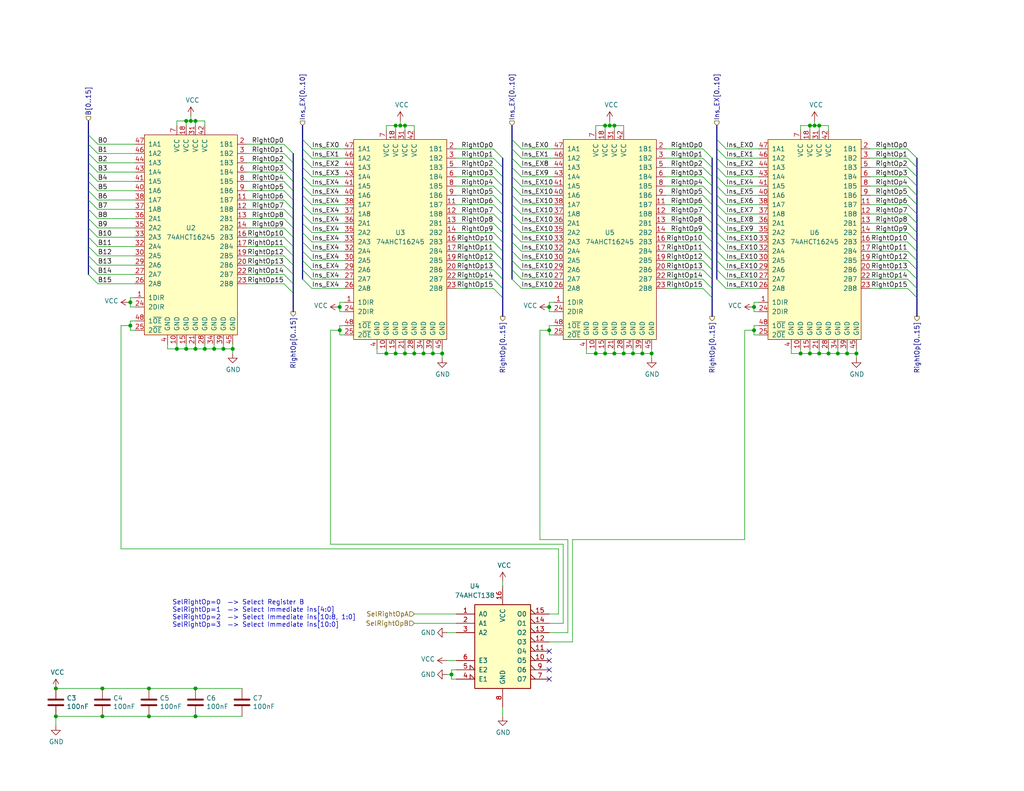
<source format=kicad_sch>
(kicad_sch (version 20250114) (generator "eeschema") (generator_version "9.0")
  (paper "USLetter")
  (title_block (title "Select Right Operand") (date "2022-09-24") (rev "B") (comment 2 "from an immediate value contained in the instruction word.") (comment 3 "The right operand can either take the value from the B port of the register file, or") (comment 4 "Select the right operand to the ALU"))
  (lib_symbols
    (symbol "74xx (kicad5):74AHCT16245_ab" (pin_names (offset 1.016))
      (property "Reference" "U" (at 0 1.27 0))
      (property "Value" "74AHCT16245_ab" (at 0 -1.27 0))
      (symbol "74AHCT16245_ab_0_1"
        (rectangle (start -12.7 26.67) (end 12.7 -27.94) (fill (type background)))
      )
      (symbol "74AHCT16245_ab_1_1"
        (pin input line (at -15.24 24.13 0) (length 2.54) (name "1A1") (number "47"))
        (pin input line (at -15.24 21.59 0) (length 2.54) (name "1A2") (number "46"))
        (pin input line (at -15.24 19.05 0) (length 2.54) (name "1A3") (number "44"))
        (pin input line (at -15.24 16.51 0) (length 2.54) (name "1A4") (number "43"))
        (pin input line (at -15.24 13.97 0) (length 2.54) (name "1A5") (number "41"))
        (pin input line (at -15.24 11.43 0) (length 2.54) (name "1A6") (number "40"))
        (pin input line (at -15.24 8.89 0) (length 2.54) (name "1A7") (number "38"))
        (pin input line (at -15.24 6.35 0) (length 2.54) (name "1A8") (number "37"))
        (pin input line (at -15.24 3.81 0) (length 2.54) (name "2A1") (number "36"))
        (pin input line (at -15.24 1.27 0) (length 2.54) (name "2A2") (number "35"))
        (pin input line (at -15.24 -1.27 0) (length 2.54) (name "2A3") (number "33"))
        (pin input line (at -15.24 -3.81 0) (length 2.54) (name "2A4") (number "32"))
        (pin input line (at -15.24 -6.35 0) (length 2.54) (name "2A5") (number "30"))
        (pin input line (at -15.24 -8.89 0) (length 2.54) (name "2A6") (number "29"))
        (pin input line (at -15.24 -11.43 0) (length 2.54) (name "2A7") (number "27"))
        (pin input line (at -15.24 -13.97 0) (length 2.54) (name "2A8") (number "26"))
        (pin input line (at -15.24 -17.78 0) (length 2.54) (name "1DIR") (number "1"))
        (pin input line (at -15.24 -20.32 0) (length 2.54) (name "2DIR") (number "24"))
        (pin input line (at -15.24 -24.13 0) (length 2.54) (name "1~{OE}") (number "48"))
        (pin input line (at -15.24 -26.67 0) (length 2.54) (name "2~{OE}") (number "25"))
        (pin power_in line (at -6.35 -30.48 90) (length 2.54) (name "GND") (number "4"))
        (pin power_in line (at -3.81 29.21 270) (length 2.54) (name "VCC") (number "7"))
        (pin power_in line (at -3.81 -30.48 90) (length 2.54) (name "GND") (number "10"))
        (pin power_in line (at -1.27 29.21 270) (length 2.54) (name "VCC") (number "18"))
        (pin power_in line (at -1.27 -30.48 90) (length 2.54) (name "GND") (number "15"))
        (pin power_in line (at 1.27 29.21 270) (length 2.54) (name "VCC") (number "31"))
        (pin power_in line (at 1.27 -30.48 90) (length 2.54) (name "GND") (number "21"))
        (pin power_in line (at 3.81 29.21 270) (length 2.54) (name "VCC") (number "42"))
        (pin power_in line (at 3.81 -30.48 90) (length 2.54) (name "GND") (number "28"))
        (pin power_in line (at 6.35 -30.48 90) (length 2.54) (name "GND") (number "34"))
        (pin power_in line (at 8.89 -30.48 90) (length 2.54) (name "GND") (number "39"))
        (pin power_in line (at 11.43 -30.48 90) (length 2.54) (name "GND") (number "45"))
        (pin tri_state line (at 15.24 24.13 180) (length 2.54) (name "1B1") (number "2"))
        (pin tri_state line (at 15.24 21.59 180) (length 2.54) (name "1B2") (number "3"))
        (pin tri_state line (at 15.24 19.05 180) (length 2.54) (name "1B3") (number "5"))
        (pin tri_state line (at 15.24 16.51 180) (length 2.54) (name "1B4") (number "6"))
        (pin tri_state line (at 15.24 13.97 180) (length 2.54) (name "1B5") (number "8"))
        (pin tri_state line (at 15.24 11.43 180) (length 2.54) (name "1B6") (number "9"))
        (pin tri_state line (at 15.24 8.89 180) (length 2.54) (name "1B7") (number "11"))
        (pin tri_state line (at 15.24 6.35 180) (length 2.54) (name "1B8") (number "12"))
        (pin tri_state line (at 15.24 3.81 180) (length 2.54) (name "2B1") (number "13"))
        (pin tri_state line (at 15.24 1.27 180) (length 2.54) (name "2B2") (number "14"))
        (pin tri_state line (at 15.24 -1.27 180) (length 2.54) (name "2B3") (number "16"))
        (pin tri_state line (at 15.24 -3.81 180) (length 2.54) (name "2B4") (number "17"))
        (pin tri_state line (at 15.24 -6.35 180) (length 2.54) (name "2B5") (number "19"))
        (pin tri_state line (at 15.24 -8.89 180) (length 2.54) (name "2B6") (number "20"))
        (pin tri_state line (at 15.24 -11.43 180) (length 2.54) (name "2B7") (number "22"))
        (pin tri_state line (at 15.24 -13.97 180) (length 2.54) (name "2B8") (number "23"))
      )
    )
    (symbol "74xx:74LS138" (pin_names (offset 1.016))
      (property "Reference" "U" (at -7.62 11.43 0))
      (property "Value" "74LS138" (at -7.62 -13.97 0))
      (symbol "74LS138_1_0"
        (pin input line (at -12.7 7.62 0) (length 5.08) (name "A0") (number "1"))
        (pin input line (at -12.7 5.08 0) (length 5.08) (name "A1") (number "2"))
        (pin input line (at -12.7 2.54 0) (length 5.08) (name "A2") (number "3"))
        (pin input line (at -12.7 -5.08 0) (length 5.08) (name "E3") (number "6"))
        (pin input input_low (at -12.7 -7.62 0) (length 5.08) (name "E2") (number "5"))
        (pin input input_low (at -12.7 -10.16 0) (length 5.08) (name "E1") (number "4"))
        (pin power_in line (at 0 15.24 270) (length 5.08) (name "VCC") (number "16"))
        (pin power_in line (at 0 -17.78 90) (length 5.08) (name "GND") (number "8"))
        (pin output output_low (at 12.7 7.62 180) (length 5.08) (name "O0") (number "15"))
        (pin output output_low (at 12.7 5.08 180) (length 5.08) (name "O1") (number "14"))
        (pin output output_low (at 12.7 2.54 180) (length 5.08) (name "O2") (number "13"))
        (pin output output_low (at 12.7 0 180) (length 5.08) (name "O3") (number "12"))
        (pin output output_low (at 12.7 -2.54 180) (length 5.08) (name "O4") (number "11"))
        (pin output output_low (at 12.7 -5.08 180) (length 5.08) (name "O5") (number "10"))
        (pin output output_low (at 12.7 -7.62 180) (length 5.08) (name "O6") (number "9"))
        (pin output output_low (at 12.7 -10.16 180) (length 5.08) (name "O7") (number "7"))
      )
      (symbol "74LS138_1_1"
        (rectangle (start -7.62 10.16) (end 7.62 -12.7) (stroke (width 0.254)) (fill (type background)))
      )
    )
    (symbol "Device:C" (pin_numbers (hide yes)) (pin_names (offset 0.254))
      (property "Reference" "C" (at 0.635 2.54 0))
      (property "Value" "C" (at 0.635 -2.54 0))
      (symbol "C_0_1"
        (polyline (pts (xy -2.032 0.762) (xy 2.032 0.762)) (stroke (width 0.508)))
        (polyline (pts (xy -2.032 -0.762) (xy 2.032 -0.762)) (stroke (width 0.508)))
      )
      (symbol "C_1_1"
        (pin passive line (at 0 3.81 270) (length 2.794) (name "~") (number "1"))
        (pin passive line (at 0 -3.81 90) (length 2.794) (name "~") (number "2"))
      )
    )
    (symbol "power:GND" (power) (pin_names (offset 0))
      (property "Value" "GND" (at 0 -3.81 0))
      (symbol "GND_0_1"
        (polyline (pts (xy 0 0) (xy 0 -1.27) (xy 1.27 -1.27) (xy 0 -2.54) (xy -1.27 -1.27) (xy 0 -1.27)))
      )
      (symbol "GND_1_1"
        (pin power_in line (at 0 0 270) (length 0) (hide yes) (name "GND") (number "1"))
      )
    )
    (symbol "power:VCC" (power) (pin_names (offset 0))
      (property "Value" "VCC" (at 0 3.81 0))
      (symbol "VCC_0_1"
        (polyline (pts (xy -0.762 1.27) (xy 0 2.54)))
        (polyline (pts (xy 0 2.54) (xy 0.762 1.27)))
        (polyline (pts (xy 0 0) (xy 0 2.54)))
      )
      (symbol "VCC_1_1"
        (pin power_in line (at 0 0 90) (length 0) (hide yes) (name "VCC") (number "1"))
      )
    )
  )
  (text "SelRightOp=0  —> Select Register B\nSelRightOp=1  —> Select Immediate ins[4:0]\nSelRightOp=2  —> Select Immediate ins[10:8, 1:0]\nSelRightOp=3  —> Select Immediate ins[10:0]" (at 46.99 171.45 0) (effects (font (size 1.27 1.27)) (justify left bottom)))
  (junction (at 231.14 96.52))
  (junction (at 222.25 34.29))
  (junction (at 218.44 96.52))
  (junction (at 109.22 34.29))
  (junction (at 53.34 187.96))
  (junction (at 113.03 96.52))
  (junction (at 58.42 95.25))
  (junction (at 15.24 187.96))
  (junction (at 166.37 34.29))
  (junction (at 226.06 96.52))
  (junction (at 177.8 96.52))
  (junction (at 35.56 82.55))
  (junction (at 15.24 195.58))
  (junction (at 110.49 34.29))
  (junction (at 115.57 96.52))
  (junction (at 220.98 34.29))
  (junction (at 123.19 184.15))
  (junction (at 40.64 187.96))
  (junction (at 60.96 95.25))
  (junction (at 172.72 96.52))
  (junction (at 165.1 34.29))
  (junction (at 53.34 33.02))
  (junction (at 110.49 96.52))
  (junction (at 50.8 33.02))
  (junction (at 120.65 96.52))
  (junction (at 27.94 195.58))
  (junction (at 205.74 83.82))
  (junction (at 27.94 187.96))
  (junction (at 228.6 96.52))
  (junction (at 149.86 90.17))
  (junction (at 167.64 96.52))
  (junction (at 167.64 34.29))
  (junction (at 53.34 195.58))
  (junction (at 162.56 96.52))
  (junction (at 118.11 96.52))
  (junction (at 35.56 88.9))
  (junction (at 63.5 95.25))
  (junction (at 40.64 195.58))
  (junction (at 205.74 90.17))
  (junction (at 165.1 96.52))
  (junction (at 105.41 96.52))
  (junction (at 92.71 83.82))
  (junction (at 48.26 95.25))
  (junction (at 170.18 96.52))
  (junction (at 175.26 96.52))
  (junction (at 52.07 33.02))
  (junction (at 92.71 90.17))
  (junction (at 53.34 95.25))
  (junction (at 107.95 34.29))
  (junction (at 149.86 83.82))
  (junction (at 223.52 96.52))
  (junction (at 233.68 96.52))
  (junction (at 55.88 95.25))
  (junction (at 223.52 34.29))
  (junction (at 220.98 96.52))
  (junction (at 107.95 96.52))
  (junction (at 50.8 95.25))
  (no_connect (at 149.86 177.8))
  (no_connect (at 149.86 185.42))
  (no_connect (at 149.86 180.34))
  (no_connect (at 149.86 182.88))
  (bus_entry (at 24.13 46.99) (size 2.54 2.54))
  (bus_entry (at 198.12 40.64) (size -2.54 -2.54))
  (bus_entry (at 134.62 68.58) (size 2.54 2.54))
  (bus_entry (at 77.47 69.85) (size 2.54 2.54))
  (bus_entry (at 24.13 64.77) (size 2.54 2.54))
  (bus_entry (at 198.12 50.8) (size -2.54 -2.54))
  (bus_entry (at 142.24 76.2) (size -2.54 -2.54))
  (bus_entry (at 24.13 67.31) (size 2.54 2.54))
  (bus_entry (at 85.09 76.2) (size -2.54 -2.54))
  (bus_entry (at 77.47 46.99) (size 2.54 2.54))
  (bus_entry (at 77.47 49.53) (size 2.54 2.54))
  (bus_entry (at 191.77 76.2) (size 2.54 2.54))
  (bus_entry (at 77.47 67.31) (size 2.54 2.54))
  (bus_entry (at 134.62 40.64) (size 2.54 2.54))
  (bus_entry (at 85.09 43.18) (size -2.54 -2.54))
  (bus_entry (at 247.65 43.18) (size 2.54 2.54))
  (bus_entry (at 85.09 63.5) (size -2.54 -2.54))
  (bus_entry (at 85.09 53.34) (size -2.54 -2.54))
  (bus_entry (at 198.12 48.26) (size -2.54 -2.54))
  (bus_entry (at 142.24 55.88) (size -2.54 -2.54))
  (bus_entry (at 198.12 45.72) (size -2.54 -2.54))
  (bus_entry (at 247.65 50.8) (size 2.54 2.54))
  (bus_entry (at 85.09 45.72) (size -2.54 -2.54))
  (bus_entry (at 24.13 52.07) (size 2.54 2.54))
  (bus_entry (at 191.77 73.66) (size 2.54 2.54))
  (bus_entry (at 191.77 63.5) (size 2.54 2.54))
  (bus_entry (at 77.47 41.91) (size 2.54 2.54))
  (bus_entry (at 142.24 68.58) (size -2.54 -2.54))
  (bus_entry (at 247.65 71.12) (size 2.54 2.54))
  (bus_entry (at 191.77 78.74) (size 2.54 2.54))
  (bus_entry (at 85.09 68.58) (size -2.54 -2.54))
  (bus_entry (at 198.12 66.04) (size -2.54 -2.54))
  (bus_entry (at 247.65 48.26) (size 2.54 2.54))
  (bus_entry (at 85.09 78.74) (size -2.54 -2.54))
  (bus_entry (at 191.77 45.72) (size 2.54 2.54))
  (bus_entry (at 24.13 62.23) (size 2.54 2.54))
  (bus_entry (at 142.24 50.8) (size -2.54 -2.54))
  (bus_entry (at 247.65 68.58) (size 2.54 2.54))
  (bus_entry (at 77.47 62.23) (size 2.54 2.54))
  (bus_entry (at 198.12 43.18) (size -2.54 -2.54))
  (bus_entry (at 191.77 48.26) (size 2.54 2.54))
  (bus_entry (at 247.65 58.42) (size 2.54 2.54))
  (bus_entry (at 77.47 64.77) (size 2.54 2.54))
  (bus_entry (at 142.24 78.74) (size -2.54 -2.54))
  (bus_entry (at 191.77 50.8) (size 2.54 2.54))
  (bus_entry (at 191.77 68.58) (size 2.54 2.54))
  (bus_entry (at 77.47 59.69) (size 2.54 2.54))
  (bus_entry (at 247.65 55.88) (size 2.54 2.54))
  (bus_entry (at 247.65 40.64) (size 2.54 2.54))
  (bus_entry (at 134.62 66.04) (size 2.54 2.54))
  (bus_entry (at 191.77 55.88) (size 2.54 2.54))
  (bus_entry (at 24.13 49.53) (size 2.54 2.54))
  (bus_entry (at 191.77 53.34) (size 2.54 2.54))
  (bus_entry (at 134.62 76.2) (size 2.54 2.54))
  (bus_entry (at 77.47 57.15) (size 2.54 2.54))
  (bus_entry (at 198.12 78.74) (size -2.54 -2.54))
  (bus_entry (at 24.13 36.83) (size 2.54 2.54))
  (bus_entry (at 24.13 39.37) (size 2.54 2.54))
  (bus_entry (at 142.24 40.64) (size -2.54 -2.54))
  (bus_entry (at 85.09 71.12) (size -2.54 -2.54))
  (bus_entry (at 134.62 58.42) (size 2.54 2.54))
  (bus_entry (at 134.62 63.5) (size 2.54 2.54))
  (bus_entry (at 134.62 78.74) (size 2.54 2.54))
  (bus_entry (at 198.12 53.34) (size -2.54 -2.54))
  (bus_entry (at 77.47 39.37) (size 2.54 2.54))
  (bus_entry (at 134.62 55.88) (size 2.54 2.54))
  (bus_entry (at 134.62 73.66) (size 2.54 2.54))
  (bus_entry (at 134.62 60.96) (size 2.54 2.54))
  (bus_entry (at 24.13 69.85) (size 2.54 2.54))
  (bus_entry (at 142.24 63.5) (size -2.54 -2.54))
  (bus_entry (at 198.12 55.88) (size -2.54 -2.54))
  (bus_entry (at 142.24 71.12) (size -2.54 -2.54))
  (bus_entry (at 191.77 60.96) (size 2.54 2.54))
  (bus_entry (at 77.47 74.93) (size 2.54 2.54))
  (bus_entry (at 85.09 55.88) (size -2.54 -2.54))
  (bus_entry (at 134.62 50.8) (size 2.54 2.54))
  (bus_entry (at 134.62 45.72) (size 2.54 2.54))
  (bus_entry (at 85.09 73.66) (size -2.54 -2.54))
  (bus_entry (at 134.62 53.34) (size 2.54 2.54))
  (bus_entry (at 198.12 58.42) (size -2.54 -2.54))
  (bus_entry (at 85.09 66.04) (size -2.54 -2.54))
  (bus_entry (at 198.12 63.5) (size -2.54 -2.54))
  (bus_entry (at 24.13 41.91) (size 2.54 2.54))
  (bus_entry (at 247.65 66.04) (size 2.54 2.54))
  (bus_entry (at 85.09 50.8) (size -2.54 -2.54))
  (bus_entry (at 198.12 60.96) (size -2.54 -2.54))
  (bus_entry (at 142.24 60.96) (size -2.54 -2.54))
  (bus_entry (at 198.12 71.12) (size -2.54 -2.54))
  (bus_entry (at 142.24 45.72) (size -2.54 -2.54))
  (bus_entry (at 85.09 48.26) (size -2.54 -2.54))
  (bus_entry (at 142.24 53.34) (size -2.54 -2.54))
  (bus_entry (at 247.65 60.96) (size 2.54 2.54))
  (bus_entry (at 191.77 58.42) (size 2.54 2.54))
  (bus_entry (at 85.09 58.42) (size -2.54 -2.54))
  (bus_entry (at 191.77 71.12) (size 2.54 2.54))
  (bus_entry (at 85.09 40.64) (size -2.54 -2.54))
  (bus_entry (at 198.12 68.58) (size -2.54 -2.54))
  (bus_entry (at 24.13 72.39) (size 2.54 2.54))
  (bus_entry (at 77.47 52.07) (size 2.54 2.54))
  (bus_entry (at 142.24 48.26) (size -2.54 -2.54))
  (bus_entry (at 191.77 43.18) (size 2.54 2.54))
  (bus_entry (at 77.47 44.45) (size 2.54 2.54))
  (bus_entry (at 24.13 44.45) (size 2.54 2.54))
  (bus_entry (at 191.77 40.64) (size 2.54 2.54))
  (bus_entry (at 85.09 60.96) (size -2.54 -2.54))
  (bus_entry (at 142.24 43.18) (size -2.54 -2.54))
  (bus_entry (at 134.62 71.12) (size 2.54 2.54))
  (bus_entry (at 247.65 63.5) (size 2.54 2.54))
  (bus_entry (at 134.62 43.18) (size 2.54 2.54))
  (bus_entry (at 77.47 54.61) (size 2.54 2.54))
  (bus_entry (at 247.65 73.66) (size 2.54 2.54))
  (bus_entry (at 77.47 77.47) (size 2.54 2.54))
  (bus_entry (at 198.12 73.66) (size -2.54 -2.54))
  (bus_entry (at 247.65 78.74) (size 2.54 2.54))
  (bus_entry (at 142.24 58.42) (size -2.54 -2.54))
  (bus_entry (at 142.24 66.04) (size -2.54 -2.54))
  (bus_entry (at 198.12 76.2) (size -2.54 -2.54))
  (bus_entry (at 142.24 73.66) (size -2.54 -2.54))
  (bus_entry (at 24.13 59.69) (size 2.54 2.54))
  (bus_entry (at 77.47 72.39) (size 2.54 2.54))
  (bus_entry (at 247.65 76.2) (size 2.54 2.54))
  (bus_entry (at 191.77 66.04) (size 2.54 2.54))
  (bus_entry (at 24.13 57.15) (size 2.54 2.54))
  (bus_entry (at 247.65 53.34) (size 2.54 2.54))
  (bus_entry (at 24.13 74.93) (size 2.54 2.54))
  (bus_entry (at 24.13 54.61) (size 2.54 2.54))
  (bus_entry (at 134.62 48.26) (size 2.54 2.54))
  (bus_entry (at 247.65 45.72) (size 2.54 2.54))
  (wire (pts (xy 40.64 195.58) (xy 27.94 195.58)))
  (bus (pts (xy 194.31 76.2) (xy 194.31 78.74)))
  (wire (pts (xy 85.09 68.58) (xy 93.98 68.58)))
  (wire (pts (xy 115.57 96.52) (xy 115.57 95.25)))
  (wire (pts (xy 35.56 81.28) (xy 35.56 82.55)))
  (bus (pts (xy 139.7 53.34) (xy 139.7 55.88)))
  (bus (pts (xy 139.7 63.5) (xy 139.7 66.04)))
  (wire (pts (xy 203.2 90.17) (xy 203.2 147.32)))
  (wire (pts (xy 162.56 96.52) (xy 165.1 96.52)))
  (bus (pts (xy 24.13 64.77) (xy 24.13 67.31)))
  (wire (pts (xy 142.24 73.66) (xy 151.13 73.66)))
  (wire (pts (xy 121.92 172.72) (xy 124.46 172.72)))
  (bus (pts (xy 139.7 34.29) (xy 139.7 38.1)))
  (bus (pts (xy 195.58 40.64) (xy 195.58 43.18)))
  (wire (pts (xy 142.24 50.8) (xy 151.13 50.8)))
  (wire (pts (xy 218.44 96.52) (xy 220.98 96.52)))
  (wire (pts (xy 77.47 62.23) (xy 67.31 62.23)))
  (wire (pts (xy 118.11 96.52) (xy 120.65 96.52)))
  (wire (pts (xy 215.9 95.25) (xy 215.9 96.52)))
  (wire (pts (xy 26.67 41.91) (xy 36.83 41.91)))
  (bus (pts (xy 250.19 78.74) (xy 250.19 81.28)))
  (wire (pts (xy 105.41 34.29) (xy 107.95 34.29)))
  (bus (pts (xy 80.01 52.07) (xy 80.01 54.61)))
  (wire (pts (xy 166.37 33.02) (xy 166.37 34.29)))
  (wire (pts (xy 110.49 34.29) (xy 113.03 34.29)))
  (wire (pts (xy 77.47 44.45) (xy 67.31 44.45)))
  (wire (pts (xy 191.77 71.12) (xy 181.61 71.12)))
  (bus (pts (xy 195.58 73.66) (xy 195.58 76.2)))
  (wire (pts (xy 60.96 95.25) (xy 63.5 95.25)))
  (bus (pts (xy 24.13 69.85) (xy 24.13 72.39)))
  (bus (pts (xy 82.55 55.88) (xy 82.55 58.42)))
  (wire (pts (xy 137.16 158.75) (xy 137.16 160.02)))
  (wire (pts (xy 191.77 58.42) (xy 181.61 58.42)))
  (wire (pts (xy 26.67 54.61) (xy 36.83 54.61)))
  (wire (pts (xy 55.88 95.25) (xy 53.34 95.25)))
  (wire (pts (xy 26.67 49.53) (xy 36.83 49.53)))
  (wire (pts (xy 207.01 82.55) (xy 205.74 82.55)))
  (wire (pts (xy 149.86 85.09) (xy 151.13 85.09)))
  (wire (pts (xy 170.18 96.52) (xy 170.18 95.25)))
  (bus (pts (xy 139.7 40.64) (xy 139.7 43.18)))
  (wire (pts (xy 156.21 147.32) (xy 203.2 147.32)))
  (wire (pts (xy 191.77 66.04) (xy 181.61 66.04)))
  (wire (pts (xy 26.67 39.37) (xy 36.83 39.37)))
  (bus (pts (xy 24.13 57.15) (xy 24.13 59.69)))
  (wire (pts (xy 121.92 184.15) (xy 123.19 184.15)))
  (wire (pts (xy 109.22 33.02) (xy 109.22 34.29)))
  (wire (pts (xy 105.41 35.56) (xy 105.41 34.29)))
  (bus (pts (xy 194.31 48.26) (xy 194.31 50.8)))
  (wire (pts (xy 134.62 71.12) (xy 124.46 71.12)))
  (wire (pts (xy 167.64 96.52) (xy 167.64 95.25)))
  (bus (pts (xy 82.55 53.34) (xy 82.55 55.88)))
  (wire (pts (xy 123.19 184.15) (xy 123.19 185.42)))
  (wire (pts (xy 247.65 76.2) (xy 237.49 76.2)))
  (bus (pts (xy 137.16 68.58) (xy 137.16 71.12)))
  (wire (pts (xy 35.56 83.82) (xy 36.83 83.82)))
  (bus (pts (xy 24.13 52.07) (xy 24.13 54.61)))
  (wire (pts (xy 153.67 148.59) (xy 153.67 170.18)))
  (wire (pts (xy 27.94 195.58) (xy 15.24 195.58)))
  (wire (pts (xy 191.77 60.96) (xy 181.61 60.96)))
  (wire (pts (xy 33.02 149.86) (xy 152.4 149.86)))
  (wire (pts (xy 66.04 195.58) (xy 53.34 195.58)))
  (bus (pts (xy 82.55 66.04) (xy 82.55 68.58)))
  (wire (pts (xy 191.77 53.34) (xy 181.61 53.34)))
  (wire (pts (xy 26.67 69.85) (xy 36.83 69.85)))
  (wire (pts (xy 191.77 76.2) (xy 181.61 76.2)))
  (wire (pts (xy 134.62 60.96) (xy 124.46 60.96)))
  (bus (pts (xy 137.16 48.26) (xy 137.16 50.8)))
  (wire (pts (xy 198.12 73.66) (xy 207.01 73.66)))
  (wire (pts (xy 198.12 63.5) (xy 207.01 63.5)))
  (wire (pts (xy 53.34 95.25) (xy 53.34 93.98)))
  (wire (pts (xy 226.06 96.52) (xy 226.06 95.25)))
  (wire (pts (xy 134.62 40.64) (xy 124.46 40.64)))
  (wire (pts (xy 175.26 96.52) (xy 175.26 95.25)))
  (bus (pts (xy 195.58 66.04) (xy 195.58 68.58)))
  (wire (pts (xy 198.12 50.8) (xy 207.01 50.8)))
  (wire (pts (xy 191.77 63.5) (xy 181.61 63.5)))
  (bus (pts (xy 195.58 53.34) (xy 195.58 55.88)))
  (wire (pts (xy 36.83 87.63) (xy 35.56 87.63)))
  (bus (pts (xy 137.16 76.2) (xy 137.16 78.74)))
  (wire (pts (xy 77.47 49.53) (xy 67.31 49.53)))
  (bus (pts (xy 195.58 71.12) (xy 195.58 73.66)))
  (wire (pts (xy 63.5 95.25) (xy 63.5 93.98)))
  (bus (pts (xy 80.01 54.61) (xy 80.01 57.15)))
  (bus (pts (xy 24.13 49.53) (xy 24.13 52.07)))
  (wire (pts (xy 162.56 95.25) (xy 162.56 96.52)))
  (wire (pts (xy 165.1 95.25) (xy 165.1 96.52)))
  (wire (pts (xy 134.62 43.18) (xy 124.46 43.18)))
  (wire (pts (xy 53.34 187.96) (xy 66.04 187.96)))
  (wire (pts (xy 247.65 45.72) (xy 237.49 45.72)))
  (wire (pts (xy 142.24 43.18) (xy 151.13 43.18)))
  (wire (pts (xy 85.09 71.12) (xy 93.98 71.12)))
  (bus (pts (xy 24.13 54.61) (xy 24.13 57.15)))
  (wire (pts (xy 107.95 95.25) (xy 107.95 96.52)))
  (bus (pts (xy 137.16 53.34) (xy 137.16 55.88)))
  (bus (pts (xy 195.58 68.58) (xy 195.58 71.12)))
  (wire (pts (xy 15.24 198.12) (xy 15.24 195.58)))
  (wire (pts (xy 53.34 195.58) (xy 40.64 195.58)))
  (wire (pts (xy 134.62 76.2) (xy 124.46 76.2)))
  (wire (pts (xy 220.98 34.29) (xy 222.25 34.29)))
  (wire (pts (xy 50.8 93.98) (xy 50.8 95.25)))
  (wire (pts (xy 198.12 76.2) (xy 207.01 76.2)))
  (wire (pts (xy 113.03 167.64) (xy 124.46 167.64)))
  (bus (pts (xy 250.19 50.8) (xy 250.19 53.34)))
  (bus (pts (xy 82.55 38.1) (xy 82.55 40.64)))
  (bus (pts (xy 80.01 74.93) (xy 80.01 77.47)))
  (wire (pts (xy 247.65 60.96) (xy 237.49 60.96)))
  (wire (pts (xy 77.47 67.31) (xy 67.31 67.31)))
  (bus (pts (xy 194.31 63.5) (xy 194.31 66.04)))
  (bus (pts (xy 82.55 40.64) (xy 82.55 43.18)))
  (wire (pts (xy 177.8 97.79) (xy 177.8 96.52)))
  (wire (pts (xy 107.95 35.56) (xy 107.95 34.29)))
  (wire (pts (xy 198.12 55.88) (xy 207.01 55.88)))
  (wire (pts (xy 90.17 148.59) (xy 153.67 148.59)))
  (wire (pts (xy 26.67 59.69) (xy 36.83 59.69)))
  (wire (pts (xy 149.86 88.9) (xy 149.86 90.17)))
  (wire (pts (xy 191.77 55.88) (xy 181.61 55.88)))
  (wire (pts (xy 77.47 77.47) (xy 67.31 77.47)))
  (wire (pts (xy 90.17 90.17) (xy 90.17 148.59)))
  (wire (pts (xy 142.24 60.96) (xy 151.13 60.96)))
  (bus (pts (xy 82.55 73.66) (xy 82.55 76.2)))
  (wire (pts (xy 198.12 40.64) (xy 207.01 40.64)))
  (bus (pts (xy 82.55 45.72) (xy 82.55 48.26)))
  (wire (pts (xy 110.49 35.56) (xy 110.49 34.29)))
  (bus (pts (xy 80.01 62.23) (xy 80.01 64.77)))
  (wire (pts (xy 218.44 34.29) (xy 220.98 34.29)))
  (wire (pts (xy 165.1 35.56) (xy 165.1 34.29)))
  (wire (pts (xy 198.12 53.34) (xy 207.01 53.34)))
  (wire (pts (xy 121.92 180.34) (xy 124.46 180.34)))
  (wire (pts (xy 142.24 40.64) (xy 151.13 40.64)))
  (wire (pts (xy 247.65 55.88) (xy 237.49 55.88)))
  (bus (pts (xy 195.58 63.5) (xy 195.58 66.04)))
  (wire (pts (xy 134.62 73.66) (xy 124.46 73.66)))
  (wire (pts (xy 92.71 83.82) (xy 92.71 85.09)))
  (bus (pts (xy 139.7 45.72) (xy 139.7 48.26)))
  (bus (pts (xy 24.13 36.83) (xy 24.13 39.37)))
  (bus (pts (xy 137.16 78.74) (xy 137.16 81.28)))
  (wire (pts (xy 77.47 41.91) (xy 67.31 41.91)))
  (wire (pts (xy 191.77 50.8) (xy 181.61 50.8)))
  (wire (pts (xy 226.06 96.52) (xy 223.52 96.52)))
  (wire (pts (xy 85.09 58.42) (xy 93.98 58.42)))
  (bus (pts (xy 195.58 50.8) (xy 195.58 53.34)))
  (wire (pts (xy 92.71 88.9) (xy 92.71 90.17)))
  (bus (pts (xy 139.7 71.12) (xy 139.7 73.66)))
  (bus (pts (xy 194.31 43.18) (xy 194.31 45.72)))
  (wire (pts (xy 77.47 59.69) (xy 67.31 59.69)))
  (wire (pts (xy 149.86 172.72) (xy 154.94 172.72)))
  (bus (pts (xy 82.55 71.12) (xy 82.55 73.66)))
  (wire (pts (xy 198.12 68.58) (xy 207.01 68.58)))
  (wire (pts (xy 113.03 34.29) (xy 113.03 35.56)))
  (wire (pts (xy 15.24 187.96) (xy 27.94 187.96)))
  (wire (pts (xy 105.41 95.25) (xy 105.41 96.52)))
  (wire (pts (xy 154.94 147.32) (xy 154.94 172.72)))
  (wire (pts (xy 247.65 66.04) (xy 237.49 66.04)))
  (wire (pts (xy 134.62 78.74) (xy 124.46 78.74)))
  (wire (pts (xy 220.98 35.56) (xy 220.98 34.29)))
  (wire (pts (xy 110.49 96.52) (xy 110.49 95.25)))
  (wire (pts (xy 149.86 91.44) (xy 151.13 91.44)))
  (wire (pts (xy 137.16 193.04) (xy 137.16 195.58)))
  (wire (pts (xy 92.71 82.55) (xy 92.71 83.82)))
  (wire (pts (xy 107.95 34.29) (xy 109.22 34.29)))
  (bus (pts (xy 137.16 43.18) (xy 137.16 45.72)))
  (wire (pts (xy 198.12 43.18) (xy 207.01 43.18)))
  (wire (pts (xy 113.03 96.52) (xy 113.03 95.25)))
  (wire (pts (xy 26.67 57.15) (xy 36.83 57.15)))
  (bus (pts (xy 194.31 58.42) (xy 194.31 60.96)))
  (wire (pts (xy 113.03 96.52) (xy 110.49 96.52)))
  (wire (pts (xy 207.01 88.9) (xy 205.74 88.9)))
  (wire (pts (xy 123.19 185.42) (xy 124.46 185.42)))
  (wire (pts (xy 26.67 46.99) (xy 36.83 46.99)))
  (wire (pts (xy 134.62 48.26) (xy 124.46 48.26)))
  (bus (pts (xy 139.7 73.66) (xy 139.7 76.2)))
  (bus (pts (xy 250.19 48.26) (xy 250.19 50.8)))
  (wire (pts (xy 85.09 43.18) (xy 93.98 43.18)))
  (wire (pts (xy 118.11 96.52) (xy 118.11 95.25)))
  (wire (pts (xy 55.88 95.25) (xy 55.88 93.98)))
  (wire (pts (xy 26.67 77.47) (xy 36.83 77.47)))
  (wire (pts (xy 50.8 95.25) (xy 53.34 95.25)))
  (bus (pts (xy 194.31 66.04) (xy 194.31 68.58)))
  (wire (pts (xy 63.5 96.52) (xy 63.5 95.25)))
  (wire (pts (xy 85.09 76.2) (xy 93.98 76.2)))
  (bus (pts (xy 194.31 55.88) (xy 194.31 58.42)))
  (wire (pts (xy 52.07 31.75) (xy 52.07 33.02)))
  (wire (pts (xy 77.47 54.61) (xy 67.31 54.61)))
  (wire (pts (xy 233.68 97.79) (xy 233.68 96.52)))
  (wire (pts (xy 26.67 72.39) (xy 36.83 72.39)))
  (wire (pts (xy 165.1 34.29) (xy 166.37 34.29)))
  (bus (pts (xy 194.31 50.8) (xy 194.31 53.34)))
  (wire (pts (xy 247.65 40.64) (xy 237.49 40.64)))
  (wire (pts (xy 115.57 96.52) (xy 113.03 96.52)))
  (wire (pts (xy 222.25 33.02) (xy 222.25 34.29)))
  (wire (pts (xy 48.26 34.29) (xy 48.26 33.02)))
  (wire (pts (xy 35.56 90.17) (xy 36.83 90.17)))
  (wire (pts (xy 142.24 53.34) (xy 151.13 53.34)))
  (bus (pts (xy 24.13 39.37) (xy 24.13 41.91)))
  (bus (pts (xy 195.58 43.18) (xy 195.58 45.72)))
  (wire (pts (xy 102.87 95.25) (xy 102.87 96.52)))
  (wire (pts (xy 247.65 43.18) (xy 237.49 43.18)))
  (wire (pts (xy 26.67 64.77) (xy 36.83 64.77)))
  (wire (pts (xy 26.67 52.07) (xy 36.83 52.07)))
  (wire (pts (xy 160.02 95.25) (xy 160.02 96.52)))
  (wire (pts (xy 228.6 96.52) (xy 231.14 96.52)))
  (bus (pts (xy 82.55 48.26) (xy 82.55 50.8)))
  (wire (pts (xy 172.72 96.52) (xy 175.26 96.52)))
  (wire (pts (xy 149.86 83.82) (xy 149.86 85.09)))
  (wire (pts (xy 223.52 35.56) (xy 223.52 34.29)))
  (wire (pts (xy 198.12 66.04) (xy 207.01 66.04)))
  (wire (pts (xy 134.62 68.58) (xy 124.46 68.58)))
  (wire (pts (xy 149.86 175.26) (xy 156.21 175.26)))
  (wire (pts (xy 162.56 35.56) (xy 162.56 34.29)))
  (wire (pts (xy 26.67 67.31) (xy 36.83 67.31)))
  (wire (pts (xy 50.8 34.29) (xy 50.8 33.02)))
  (wire (pts (xy 247.65 68.58) (xy 237.49 68.58)))
  (bus (pts (xy 80.01 49.53) (xy 80.01 52.07)))
  (wire (pts (xy 35.56 88.9) (xy 35.56 90.17)))
  (wire (pts (xy 149.86 82.55) (xy 149.86 83.82)))
  (wire (pts (xy 247.65 53.34) (xy 237.49 53.34)))
  (bus (pts (xy 80.01 72.39) (xy 80.01 74.93)))
  (bus (pts (xy 139.7 58.42) (xy 139.7 60.96)))
  (wire (pts (xy 215.9 96.52) (xy 218.44 96.52)))
  (bus (pts (xy 24.13 59.69) (xy 24.13 62.23)))
  (bus (pts (xy 137.16 63.5) (xy 137.16 66.04)))
  (wire (pts (xy 205.74 90.17) (xy 203.2 90.17)))
  (bus (pts (xy 137.16 66.04) (xy 137.16 68.58)))
  (wire (pts (xy 162.56 34.29) (xy 165.1 34.29)))
  (wire (pts (xy 198.12 60.96) (xy 207.01 60.96)))
  (bus (pts (xy 24.13 72.39) (xy 24.13 74.93)))
  (bus (pts (xy 139.7 55.88) (xy 139.7 58.42)))
  (bus (pts (xy 250.19 43.18) (xy 250.19 45.72)))
  (wire (pts (xy 55.88 33.02) (xy 55.88 34.29)))
  (wire (pts (xy 58.42 95.25) (xy 58.42 93.98)))
  (wire (pts (xy 223.52 34.29) (xy 226.06 34.29)))
  (wire (pts (xy 170.18 34.29) (xy 170.18 35.56)))
  (wire (pts (xy 198.12 45.72) (xy 207.01 45.72)))
  (wire (pts (xy 175.26 96.52) (xy 177.8 96.52)))
  (wire (pts (xy 205.74 85.09) (xy 207.01 85.09)))
  (wire (pts (xy 85.09 45.72) (xy 93.98 45.72)))
  (bus (pts (xy 24.13 44.45) (xy 24.13 46.99)))
  (wire (pts (xy 151.13 82.55) (xy 149.86 82.55)))
  (wire (pts (xy 102.87 96.52) (xy 105.41 96.52)))
  (wire (pts (xy 60.96 95.25) (xy 60.96 93.98)))
  (bus (pts (xy 137.16 71.12) (xy 137.16 73.66)))
  (wire (pts (xy 228.6 96.52) (xy 228.6 95.25)))
  (bus (pts (xy 139.7 38.1) (xy 139.7 40.64)))
  (wire (pts (xy 142.24 63.5) (xy 151.13 63.5)))
  (wire (pts (xy 134.62 50.8) (xy 124.46 50.8)))
  (wire (pts (xy 109.22 34.29) (xy 110.49 34.29)))
  (bus (pts (xy 195.58 55.88) (xy 195.58 58.42)))
  (bus (pts (xy 194.31 60.96) (xy 194.31 63.5)))
  (wire (pts (xy 26.67 62.23) (xy 36.83 62.23)))
  (wire (pts (xy 35.56 88.9) (xy 33.02 88.9)))
  (wire (pts (xy 191.77 43.18) (xy 181.61 43.18)))
  (bus (pts (xy 194.31 45.72) (xy 194.31 48.26)))
  (wire (pts (xy 85.09 48.26) (xy 93.98 48.26)))
  (wire (pts (xy 153.67 170.18) (xy 149.86 170.18)))
  (bus (pts (xy 137.16 58.42) (xy 137.16 60.96)))
  (wire (pts (xy 191.77 73.66) (xy 181.61 73.66)))
  (bus (pts (xy 194.31 71.12) (xy 194.31 73.66)))
  (wire (pts (xy 233.68 96.52) (xy 233.68 95.25)))
  (wire (pts (xy 77.47 52.07) (xy 67.31 52.07)))
  (bus (pts (xy 250.19 45.72) (xy 250.19 48.26)))
  (bus (pts (xy 82.55 50.8) (xy 82.55 53.34)))
  (wire (pts (xy 218.44 95.25) (xy 218.44 96.52)))
  (wire (pts (xy 115.57 96.52) (xy 118.11 96.52)))
  (wire (pts (xy 85.09 55.88) (xy 93.98 55.88)))
  (bus (pts (xy 80.01 69.85) (xy 80.01 72.39)))
  (bus (pts (xy 250.19 55.88) (xy 250.19 58.42)))
  (wire (pts (xy 198.12 58.42) (xy 207.01 58.42)))
  (bus (pts (xy 195.58 34.29) (xy 195.58 38.1)))
  (wire (pts (xy 222.25 34.29) (xy 223.52 34.29)))
  (wire (pts (xy 85.09 50.8) (xy 93.98 50.8)))
  (wire (pts (xy 124.46 182.88) (xy 123.19 182.88)))
  (wire (pts (xy 85.09 73.66) (xy 93.98 73.66)))
  (wire (pts (xy 85.09 66.04) (xy 93.98 66.04)))
  (wire (pts (xy 205.74 91.44) (xy 207.01 91.44)))
  (wire (pts (xy 142.24 58.42) (xy 151.13 58.42)))
  (wire (pts (xy 165.1 96.52) (xy 167.64 96.52)))
  (wire (pts (xy 247.65 58.42) (xy 237.49 58.42)))
  (wire (pts (xy 205.74 90.17) (xy 205.74 91.44)))
  (wire (pts (xy 156.21 147.32) (xy 156.21 175.26)))
  (bus (pts (xy 137.16 45.72) (xy 137.16 48.26)))
  (wire (pts (xy 45.72 93.98) (xy 45.72 95.25)))
  (wire (pts (xy 231.14 96.52) (xy 233.68 96.52)))
  (wire (pts (xy 77.47 39.37) (xy 67.31 39.37)))
  (wire (pts (xy 92.71 90.17) (xy 90.17 90.17)))
  (wire (pts (xy 36.83 81.28) (xy 35.56 81.28)))
  (wire (pts (xy 142.24 48.26) (xy 151.13 48.26)))
  (wire (pts (xy 167.64 34.29) (xy 170.18 34.29)))
  (wire (pts (xy 77.47 57.15) (xy 67.31 57.15)))
  (bus (pts (xy 24.13 46.99) (xy 24.13 49.53)))
  (bus (pts (xy 250.19 66.04) (xy 250.19 68.58)))
  (bus (pts (xy 137.16 73.66) (xy 137.16 76.2)))
  (wire (pts (xy 151.13 88.9) (xy 149.86 88.9)))
  (bus (pts (xy 194.31 53.34) (xy 194.31 55.88)))
  (bus (pts (xy 82.55 60.96) (xy 82.55 63.5)))
  (bus (pts (xy 195.58 48.26) (xy 195.58 50.8)))
  (bus (pts (xy 139.7 43.18) (xy 139.7 45.72)))
  (wire (pts (xy 198.12 78.74) (xy 207.01 78.74)))
  (wire (pts (xy 142.24 78.74) (xy 151.13 78.74)))
  (bus (pts (xy 194.31 73.66) (xy 194.31 76.2)))
  (bus (pts (xy 82.55 68.58) (xy 82.55 71.12)))
  (wire (pts (xy 228.6 96.52) (xy 226.06 96.52)))
  (wire (pts (xy 142.24 68.58) (xy 151.13 68.58)))
  (bus (pts (xy 250.19 53.34) (xy 250.19 55.88)))
  (wire (pts (xy 223.52 96.52) (xy 223.52 95.25)))
  (wire (pts (xy 226.06 34.29) (xy 226.06 35.56)))
  (wire (pts (xy 105.41 96.52) (xy 107.95 96.52)))
  (wire (pts (xy 92.71 85.09) (xy 93.98 85.09)))
  (bus (pts (xy 82.55 63.5) (xy 82.55 66.04)))
  (bus (pts (xy 194.31 81.28) (xy 194.31 86.36)))
  (bus (pts (xy 80.01 64.77) (xy 80.01 67.31)))
  (bus (pts (xy 250.19 63.5) (xy 250.19 66.04)))
  (bus (pts (xy 137.16 55.88) (xy 137.16 58.42)))
  (wire (pts (xy 247.65 63.5) (xy 237.49 63.5)))
  (wire (pts (xy 170.18 96.52) (xy 167.64 96.52)))
  (wire (pts (xy 77.47 74.93) (xy 67.31 74.93)))
  (wire (pts (xy 220.98 96.52) (xy 223.52 96.52)))
  (bus (pts (xy 139.7 48.26) (xy 139.7 50.8)))
  (bus (pts (xy 24.13 62.23) (xy 24.13 64.77)))
  (bus (pts (xy 82.55 34.29) (xy 82.55 38.1)))
  (bus (pts (xy 194.31 68.58) (xy 194.31 71.12)))
  (wire (pts (xy 198.12 48.26) (xy 207.01 48.26)))
  (wire (pts (xy 120.65 96.52) (xy 120.65 95.25)))
  (wire (pts (xy 205.74 83.82) (xy 205.74 85.09)))
  (bus (pts (xy 250.19 71.12) (xy 250.19 73.66)))
  (wire (pts (xy 113.03 170.18) (xy 124.46 170.18)))
  (wire (pts (xy 134.62 45.72) (xy 124.46 45.72)))
  (wire (pts (xy 50.8 33.02) (xy 52.07 33.02)))
  (wire (pts (xy 93.98 82.55) (xy 92.71 82.55)))
  (wire (pts (xy 48.26 95.25) (xy 50.8 95.25)))
  (bus (pts (xy 80.01 59.69) (xy 80.01 62.23)))
  (wire (pts (xy 191.77 78.74) (xy 181.61 78.74)))
  (wire (pts (xy 123.19 182.88) (xy 123.19 184.15)))
  (bus (pts (xy 24.13 33.02) (xy 24.13 36.83)))
  (wire (pts (xy 77.47 69.85) (xy 67.31 69.85)))
  (bus (pts (xy 250.19 68.58) (xy 250.19 71.12)))
  (wire (pts (xy 142.24 71.12) (xy 151.13 71.12)))
  (wire (pts (xy 85.09 53.34) (xy 93.98 53.34)))
  (wire (pts (xy 26.67 74.93) (xy 36.83 74.93)))
  (wire (pts (xy 160.02 96.52) (xy 162.56 96.52)))
  (wire (pts (xy 27.94 187.96) (xy 40.64 187.96)))
  (bus (pts (xy 139.7 60.96) (xy 139.7 63.5)))
  (bus (pts (xy 250.19 76.2) (xy 250.19 78.74)))
  (bus (pts (xy 82.55 43.18) (xy 82.55 45.72)))
  (wire (pts (xy 218.44 35.56) (xy 218.44 34.29)))
  (bus (pts (xy 250.19 73.66) (xy 250.19 76.2)))
  (bus (pts (xy 139.7 50.8) (xy 139.7 53.34)))
  (wire (pts (xy 147.32 90.17) (xy 147.32 147.32)))
  (bus (pts (xy 139.7 68.58) (xy 139.7 71.12)))
  (wire (pts (xy 191.77 40.64) (xy 181.61 40.64)))
  (wire (pts (xy 134.62 58.42) (xy 124.46 58.42)))
  (wire (pts (xy 45.72 95.25) (xy 48.26 95.25)))
  (bus (pts (xy 80.01 80.01) (xy 80.01 85.09)))
  (wire (pts (xy 191.77 45.72) (xy 181.61 45.72)))
  (wire (pts (xy 134.62 66.04) (xy 124.46 66.04)))
  (bus (pts (xy 80.01 44.45) (xy 80.01 46.99)))
  (wire (pts (xy 177.8 96.52) (xy 177.8 95.25)))
  (wire (pts (xy 40.64 187.96) (xy 53.34 187.96)))
  (bus (pts (xy 195.58 60.96) (xy 195.58 63.5)))
  (wire (pts (xy 48.26 33.02) (xy 50.8 33.02)))
  (bus (pts (xy 139.7 66.04) (xy 139.7 68.58)))
  (wire (pts (xy 134.62 63.5) (xy 124.46 63.5)))
  (wire (pts (xy 92.71 90.17) (xy 92.71 91.44)))
  (bus (pts (xy 137.16 50.8) (xy 137.16 53.34)))
  (wire (pts (xy 134.62 53.34) (xy 124.46 53.34)))
  (bus (pts (xy 250.19 81.28) (xy 250.19 86.36)))
  (wire (pts (xy 77.47 46.99) (xy 67.31 46.99)))
  (wire (pts (xy 247.65 73.66) (xy 237.49 73.66)))
  (wire (pts (xy 85.09 63.5) (xy 93.98 63.5)))
  (wire (pts (xy 205.74 82.55) (xy 205.74 83.82)))
  (bus (pts (xy 82.55 58.42) (xy 82.55 60.96)))
  (wire (pts (xy 152.4 149.86) (xy 152.4 167.64)))
  (bus (pts (xy 24.13 67.31) (xy 24.13 69.85)))
  (bus (pts (xy 194.31 78.74) (xy 194.31 81.28)))
  (bus (pts (xy 250.19 58.42) (xy 250.19 60.96)))
  (bus (pts (xy 24.13 41.91) (xy 24.13 44.45)))
  (wire (pts (xy 85.09 40.64) (xy 93.98 40.64)))
  (wire (pts (xy 172.72 96.52) (xy 170.18 96.52)))
  (wire (pts (xy 142.24 66.04) (xy 151.13 66.04)))
  (wire (pts (xy 147.32 147.32) (xy 154.94 147.32)))
  (wire (pts (xy 198.12 71.12) (xy 207.01 71.12)))
  (wire (pts (xy 53.34 33.02) (xy 55.88 33.02)))
  (wire (pts (xy 247.65 50.8) (xy 237.49 50.8)))
  (wire (pts (xy 77.47 72.39) (xy 67.31 72.39)))
  (wire (pts (xy 142.24 45.72) (xy 151.13 45.72)))
  (wire (pts (xy 120.65 97.79) (xy 120.65 96.52)))
  (wire (pts (xy 85.09 78.74) (xy 93.98 78.74)))
  (wire (pts (xy 247.65 78.74) (xy 237.49 78.74)))
  (wire (pts (xy 107.95 96.52) (xy 110.49 96.52)))
  (bus (pts (xy 80.01 41.91) (xy 80.01 44.45)))
  (bus (pts (xy 80.01 46.99) (xy 80.01 49.53)))
  (wire (pts (xy 247.65 48.26) (xy 237.49 48.26)))
  (wire (pts (xy 142.24 76.2) (xy 151.13 76.2)))
  (wire (pts (xy 191.77 48.26) (xy 181.61 48.26)))
  (bus (pts (xy 137.16 60.96) (xy 137.16 63.5)))
  (wire (pts (xy 220.98 95.25) (xy 220.98 96.52)))
  (wire (pts (xy 152.4 167.64) (xy 149.86 167.64)))
  (wire (pts (xy 142.24 55.88) (xy 151.13 55.88)))
  (wire (pts (xy 167.64 35.56) (xy 167.64 34.29)))
  (wire (pts (xy 134.62 55.88) (xy 124.46 55.88)))
  (wire (pts (xy 93.98 88.9) (xy 92.71 88.9)))
  (bus (pts (xy 80.01 77.47) (xy 80.01 80.01)))
  (wire (pts (xy 205.74 88.9) (xy 205.74 90.17)))
  (wire (pts (xy 85.09 60.96) (xy 93.98 60.96)))
  (bus (pts (xy 80.01 57.15) (xy 80.01 59.69)))
  (wire (pts (xy 191.77 68.58) (xy 181.61 68.58)))
  (wire (pts (xy 52.07 33.02) (xy 53.34 33.02)))
  (wire (pts (xy 48.26 93.98) (xy 48.26 95.25)))
  (wire (pts (xy 53.34 34.29) (xy 53.34 33.02)))
  (wire (pts (xy 58.42 95.25) (xy 60.96 95.25)))
  (wire (pts (xy 172.72 96.52) (xy 172.72 95.25)))
  (bus (pts (xy 195.58 45.72) (xy 195.58 48.26)))
  (bus (pts (xy 195.58 58.42) (xy 195.58 60.96)))
  (wire (pts (xy 247.65 71.12) (xy 237.49 71.12)))
  (wire (pts (xy 35.56 87.63) (xy 35.56 88.9)))
  (wire (pts (xy 231.14 96.52) (xy 231.14 95.25)))
  (bus (pts (xy 80.01 67.31) (xy 80.01 69.85)))
  (wire (pts (xy 35.56 82.55) (xy 35.56 83.82)))
  (wire (pts (xy 33.02 88.9) (xy 33.02 149.86)))
  (bus (pts (xy 250.19 60.96) (xy 250.19 63.5)))
  (wire (pts (xy 92.71 91.44) (xy 93.98 91.44)))
  (bus (pts (xy 195.58 38.1) (xy 195.58 40.64)))
  (bus (pts (xy 137.16 81.28) (xy 137.16 86.36)))
  (wire (pts (xy 166.37 34.29) (xy 167.64 34.29)))
  (wire (pts (xy 149.86 90.17) (xy 147.32 90.17)))
  (wire (pts (xy 58.42 95.25) (xy 55.88 95.25)))
  (wire (pts (xy 26.67 44.45) (xy 36.83 44.45)))
  (wire (pts (xy 149.86 90.17) (xy 149.86 91.44)))
  (wire (pts (xy 77.47 64.77) (xy 67.31 64.77)))
  (label "B12" (at 26.67 69.85 0))
  (label "Ins_EX0" (at 198.12 40.64 0))
  (label "Ins_EX10" (at 142.24 66.04 0))
  (label "Ins_EX4" (at 85.09 71.12 0))
  (label "RightOp3" (at 247.65 48.26 180))
  (label "RightOp3" (at 77.47 46.99 180))
  (label "RightOp13" (at 191.77 73.66 180))
  (label "Ins_EX0" (at 142.24 40.64 0))
  (label "RightOp6" (at 134.62 55.88 180))
  (label "B14" (at 26.67 74.93 0))
  (label "RightOp6" (at 77.47 54.61 180))
  (label "Ins_EX8" (at 198.12 60.96 0))
  (label "Ins_EX4" (at 85.09 55.88 0))
  (label "Ins_EX10" (at 142.24 53.34 0))
  (label "Ins_EX4" (at 85.09 53.34 0))
  (label "RightOp2" (at 191.77 45.72 180))
  (label "RightOp8" (at 134.62 60.96 180))
  (label "Ins_EX4" (at 85.09 73.66 0))
  (label "B1" (at 26.67 41.91 0))
  (label "B4" (at 26.67 49.53 0))
  (label "Ins_EX4" (at 85.09 76.2 0))
  (label "Ins_EX1" (at 198.12 43.18 0))
  (label "RightOp1" (at 191.77 43.18 180))
  (label "RightOp0" (at 134.62 40.64 180))
  (label "RightOp14" (at 77.47 74.93 180))
  (label "Ins_EX10" (at 198.12 76.2 0))
  (label "RightOp9" (at 134.62 63.5 180))
  (label "RightOp10" (at 134.62 66.04 180))
  (label "RightOp15" (at 77.47 77.47 180))
  (label "B13" (at 26.67 72.39 0))
  (label "RightOp15" (at 191.77 78.74 180))
  (label "RightOp9" (at 191.77 63.5 180))
  (label "Ins_EX10" (at 142.24 73.66 0))
  (label "Ins_EX4" (at 85.09 58.42 0))
  (label "RightOp15" (at 247.65 78.74 180))
  (label "RightOp5" (at 134.62 53.34 180))
  (label "Ins_EX10" (at 198.12 73.66 0))
  (label "Ins_EX9" (at 142.24 48.26 0))
  (label "B15" (at 26.67 77.47 0))
  (label "RightOp8" (at 77.47 59.69 180))
  (label "Ins_EX10" (at 198.12 66.04 0))
  (label "Ins_EX9" (at 198.12 63.5 0))
  (label "RightOp14" (at 247.65 76.2 180))
  (label "RightOp13" (at 247.65 73.66 180))
  (label "RightOp6" (at 191.77 55.88 180))
  (label "RightOp12" (at 77.47 69.85 180))
  (label "RightOp15" (at 134.62 78.74 180))
  (label "Ins_EX10" (at 142.24 78.74 0))
  (label "B9" (at 26.67 62.23 0))
  (label "RightOp10" (at 191.77 66.04 180))
  (label "B6" (at 26.67 54.61 0))
  (label "RightOp1" (at 134.62 43.18 180))
  (label "Ins_EX2" (at 198.12 45.72 0))
  (label "Ins_EX10" (at 198.12 78.74 0))
  (label "RightOp1" (at 247.65 43.18 180))
  (label "RightOp0" (at 191.77 40.64 180))
  (label "RightOp7" (at 247.65 58.42 180))
  (label "RightOp14" (at 191.77 76.2 180))
  (label "Ins_EX10" (at 142.24 63.5 0))
  (label "Ins_EX4" (at 85.09 63.5 0))
  (label "Ins_EX6" (at 198.12 55.88 0))
  (label "RightOp0" (at 77.47 39.37 180))
  (label "RightOp5" (at 247.65 53.34 180))
  (label "Ins_EX10" (at 142.24 55.88 0))
  (label "Ins_EX1" (at 85.09 43.18 0))
  (label "RightOp12" (at 134.62 71.12 180))
  (label "RightOp7" (at 191.77 58.42 180))
  (label "Ins_EX1" (at 142.24 43.18 0))
  (label "RightOp0" (at 247.65 40.64 180))
  (label "B5" (at 26.67 52.07 0))
  (label "Ins_EX8" (at 142.24 45.72 0))
  (label "RightOp10" (at 77.47 64.77 180))
  (label "RightOp9" (at 247.65 63.5 180))
  (label "B3" (at 26.67 46.99 0))
  (label "Ins_EX3" (at 198.12 48.26 0))
  (label "Ins_EX4" (at 85.09 68.58 0))
  (label "B0" (at 26.67 39.37 0))
  (label "RightOp12" (at 191.77 71.12 180))
  (label "B8" (at 26.67 59.69 0))
  (label "Ins_EX10" (at 142.24 68.58 0))
  (label "RightOp12" (at 247.65 71.12 180))
  (label "Ins_EX5" (at 198.12 53.34 0))
  (label "B10" (at 26.67 64.77 0))
  (label "RightOp8" (at 247.65 60.96 180))
  (label "RightOp2" (at 77.47 44.45 180))
  (label "RightOp8" (at 191.77 60.96 180))
  (label "RightOp7" (at 77.47 57.15 180))
  (label "Ins_EX10" (at 142.24 50.8 0))
  (label "RightOp3" (at 191.77 48.26 180))
  (label "Ins_EX10" (at 142.24 60.96 0))
  (label "RightOp9" (at 77.47 62.23 180))
  (label "RightOp2" (at 134.62 45.72 180))
  (label "RightOp13" (at 134.62 73.66 180))
  (label "RightOp4" (at 134.62 50.8 180))
  (label "RightOp5" (at 191.77 53.34 180))
  (label "Ins_EX10" (at 142.24 76.2 0))
  (label "Ins_EX0" (at 85.09 40.64 0))
  (label "RightOp14" (at 134.62 76.2 180))
  (label "Ins_EX4" (at 85.09 66.04 0))
  (label "RightOp1" (at 77.47 41.91 180))
  (label "Ins_EX10" (at 198.12 68.58 0))
  (label "RightOp10" (at 247.65 66.04 180))
  (label "Ins_EX10" (at 142.24 58.42 0))
  (label "Ins_EX4" (at 85.09 78.74 0))
  (label "B2" (at 26.67 44.45 0))
  (label "RightOp3" (at 134.62 48.26 180))
  (label "RightOp13" (at 77.47 72.39 180))
  (label "RightOp11" (at 247.65 68.58 180))
  (label "RightOp11" (at 77.47 67.31 180))
  (label "Ins_EX4" (at 85.09 60.96 0))
  (label "RightOp2" (at 247.65 45.72 180))
  (label "RightOp11" (at 191.77 68.58 180))
  (label "RightOp6" (at 247.65 55.88 180))
  (label "RightOp4" (at 247.65 50.8 180))
  (label "Ins_EX10" (at 142.24 71.12 0))
  (label "Ins_EX10" (at 198.12 71.12 0))
  (label "RightOp11" (at 134.62 68.58 180))
  (label "RightOp4" (at 77.47 49.53 180))
  (label "RightOp7" (at 134.62 58.42 180))
  (label "RightOp5" (at 77.47 52.07 180))
  (label "Ins_EX3" (at 85.09 48.26 0))
  (label "Ins_EX2" (at 85.09 45.72 0))
  (label "RightOp4" (at 191.77 50.8 180))
  (label "Ins_EX4" (at 198.12 50.8 0))
  (label "Ins_EX7" (at 198.12 58.42 0))
  (label "B7" (at 26.67 57.15 0))
  (label "B11" (at 26.67 67.31 0))
  (label "Ins_EX4" (at 85.09 50.8 0))
  (hierarchical_label "Ins_EX[0..10]" (shape input) (at 82.55 34.29 90))
  (hierarchical_label "SelRightOpA" (shape input) (at 113.03 167.64 180))
  (hierarchical_label "RightOp[0..15]" (shape output) (at 194.31 86.36 270))
  (hierarchical_label "RightOp[0..15]" (shape output) (at 250.19 86.36 270))
  (hierarchical_label "RightOp[0..15]" (shape output) (at 80.01 85.09 270))
  (hierarchical_label "SelRightOpB" (shape input) (at 113.03 170.18 180))
  (hierarchical_label "RightOp[0..15]" (shape output) (at 137.16 86.36 270))
  (hierarchical_label "Ins_EX[0..10]" (shape input) (at 195.58 34.29 90))
  (hierarchical_label "B[0..15]" (shape input) (at 24.13 33.02 90))
  (hierarchical_label "Ins_EX[0..10]" (shape input) (at 139.7 34.29 90))
  (symbol (lib_id "power:GND") (at 137.16 195.58 0) (unit 1)
    (property "Reference" "#PWR031" (effects (hide yes)))
    (property "Value" "GND" (at 137.287 199.9742 0))
  )
  (symbol (lib_id "power:VCC") (at 137.16 158.75 0) (unit 1)
    (property "Reference" "#PWR030" (effects (hide yes)))
    (property "Value" "VCC" (at 137.5918 154.3558 0))
  )
  (symbol (lib_id "74xx:74LS138") (at 137.16 175.26 0) (unit 1)
    (property "Reference" "U4" (at 129.54 160.02 0))
    (property "Value" "74AHCT138" (at 129.54 162.56 0))
    (property "Footprint" "Package_SO:TSSOP-16_4.4x5mm_P0.65mm" (effects (hide yes)))
    (property "Datasheet" "http://www.ti.com/lit/gpn/sn74LS138" (effects (hide yes)))
    (property "Mouser" "https://www.mouser.com/ProductDetail/Texas-Instruments/SN74AHCT138PWR?qs=X1HXWTtiZ0Qe%252BapR8HivMQ%3D%3D" (effects (hide yes)))
  )
  (symbol (lib_id "power:GND") (at 121.92 172.72 270) (unit 1)
    (property "Reference" "#PWR027" (effects (hide yes)))
    (property "Value" "GND" (at 116.84 172.72 90))
  )
  (symbol (lib_id "power:GND") (at 121.92 184.15 270) (unit 1)
    (property "Reference" "#PWR029" (effects (hide yes)))
    (property "Value" "GND" (at 116.84 184.15 90))
  )
  (symbol (lib_id "power:VCC") (at 121.92 180.34 90) (unit 1)
    (property "Reference" "#PWR028" (effects (hide yes)))
    (property "Value" "VCC" (at 118.6942 179.959 90) (effects (justify left)))
  )
  (symbol (lib_id "Device:C") (at 66.04 191.77 0) (unit 1)
    (property "Reference" "C7" (at 68.961 190.6016 0) (effects (justify left)))
    (property "Value" "100nF" (at 68.961 192.913 0) (effects (justify left)))
    (property "Footprint" "Capacitor_SMD:C_0603_1608Metric_Pad1.08x0.95mm_HandSolder" (effects (hide yes)))
    (property "Mouser" "https://www.mouser.com/ProductDetail/963-EMK107B7104KAHT" (effects (hide yes)))
  )
  (symbol (lib_id "Device:C") (at 15.24 191.77 0) (unit 1)
    (property "Reference" "C3" (at 18.161 190.6016 0) (effects (justify left)))
    (property "Value" "100nF" (at 18.161 192.913 0) (effects (justify left)))
    (property "Footprint" "Capacitor_SMD:C_0603_1608Metric_Pad1.08x0.95mm_HandSolder" (effects (hide yes)))
    (property "Mouser" "https://www.mouser.com/ProductDetail/963-EMK107B7104KAHT" (effects (hide yes)))
  )
  (symbol (lib_id "Device:C") (at 27.94 191.77 0) (unit 1)
    (property "Reference" "C4" (at 30.861 190.6016 0) (effects (justify left)))
    (property "Value" "100nF" (at 30.861 192.913 0) (effects (justify left)))
    (property "Footprint" "Capacitor_SMD:C_0603_1608Metric_Pad1.08x0.95mm_HandSolder" (effects (hide yes)))
    (property "Mouser" "https://www.mouser.com/ProductDetail/963-EMK107B7104KAHT" (effects (hide yes)))
  )
  (symbol (lib_id "power:VCC") (at 15.24 187.96 0) (unit 1)
    (property "Reference" "#PWR019" (effects (hide yes)))
    (property "Value" "VCC" (at 15.6718 183.5658 0))
  )
  (symbol (lib_id "power:GND") (at 15.24 198.12 0) (unit 1)
    (property "Reference" "#PWR020" (effects (hide yes)))
    (property "Value" "GND" (at 15.367 202.5142 0))
  )
  (symbol (lib_id "Device:C") (at 40.64 191.77 0) (unit 1)
    (property "Reference" "C5" (at 43.561 190.6016 0) (effects (justify left)))
    (property "Value" "100nF" (at 43.561 192.913 0) (effects (justify left)))
    (property "Footprint" "Capacitor_SMD:C_0603_1608Metric_Pad1.08x0.95mm_HandSolder" (effects (hide yes)))
    (property "Mouser" "https://www.mouser.com/ProductDetail/963-EMK107B7104KAHT" (effects (hide yes)))
  )
  (symbol (lib_id "Device:C") (at 53.34 191.77 0) (unit 1)
    (property "Reference" "C6" (at 56.261 190.6016 0) (effects (justify left)))
    (property "Value" "100nF" (at 56.261 192.913 0) (effects (justify left)))
    (property "Footprint" "Capacitor_SMD:C_0603_1608Metric_Pad1.08x0.95mm_HandSolder" (effects (hide yes)))
    (property "Mouser" "https://www.mouser.com/ProductDetail/963-EMK107B7104KAHT" (effects (hide yes)))
  )
  (symbol (lib_id "power:VCC") (at 166.37 33.02 0) (unit 1)
    (property "Reference" "#PWR033" (effects (hide yes)))
    (property "Value" "VCC" (at 166.8018 28.6258 0))
  )
  (symbol (lib_id "power:GND") (at 177.8 97.79 0) (unit 1)
    (property "Reference" "#PWR034" (effects (hide yes)))
    (property "Value" "GND" (at 177.927 102.1842 0))
  )
  (symbol (lib_id "power:VCC") (at 149.86 83.82 90) (unit 1)
    (property "Reference" "#PWR032" (effects (hide yes)))
    (property "Value" "VCC" (at 146.6342 83.439 90) (effects (justify left)))
  )
  (symbol (lib_id "74xx (kicad5):74AHCT16245_ab") (at 166.37 64.77 0) (unit 1)
    (property "Reference" "U5" (at 166.37 63.5 0))
    (property "Value" "74AHCT16245" (at 166.37 66.04 0))
    (property "Footprint" "Package_SO:TSSOP-48_6.1x12.5mm_P0.5mm" (effects (hide yes)))
    (property "Datasheet" "https://www.ti.com/lit/ds/symlink/sn74ahct16245.pdf?HQS=dis-mous-null-mousermode-dsf-pf-null-wwe&ts=1617319205092" (effects (hide yes)))
    (property "Mouser" "https://www.mouser.com/ProductDetail/Texas-Instruments/74AHCT16245DLRG4?qs=%2Fha2pyFaduixTLlQ%252B3rIFW8KDPMe6E5CxoQ2Fc519Y9S5BWJ%252B%2FVWeIYQshP1VtN3&utm_source=octopart&utm_medium=aggregator&utm_campaign=595-74AHCT16245DLRG4&utm_content=Texas%20Instruments" (effects (hide yes)))
  )
  (symbol (lib_id "power:VCC") (at 52.07 31.75 0) (unit 1)
    (property "Reference" "#PWR022" (effects (hide yes)))
    (property "Value" "VCC" (at 52.5018 27.3558 0))
  )
  (symbol (lib_id "power:GND") (at 63.5 96.52 0) (unit 1)
    (property "Reference" "#PWR023" (effects (hide yes)))
    (property "Value" "GND" (at 63.627 100.9142 0))
  )
  (symbol (lib_id "power:VCC") (at 35.56 82.55 90) (unit 1)
    (property "Reference" "#PWR021" (effects (hide yes)))
    (property "Value" "VCC" (at 32.3342 82.169 90) (effects (justify left)))
  )
  (symbol (lib_id "74xx (kicad5):74AHCT16245_ab") (at 52.07 63.5 0) (unit 1)
    (property "Reference" "U2" (at 52.07 62.23 0))
    (property "Value" "74AHCT16245" (at 52.07 64.77 0))
    (property "Footprint" "Package_SO:TSSOP-48_6.1x12.5mm_P0.5mm" (effects (hide yes)))
    (property "Datasheet" "https://www.ti.com/lit/ds/symlink/sn74ahct16245.pdf?HQS=dis-mous-null-mousermode-dsf-pf-null-wwe&ts=1617319205092" (effects (hide yes)))
    (property "Mouser" "https://www.mouser.com/ProductDetail/Texas-Instruments/74AHCT16245DLRG4?qs=%2Fha2pyFaduixTLlQ%252B3rIFW8KDPMe6E5CxoQ2Fc519Y9S5BWJ%252B%2FVWeIYQshP1VtN3&utm_source=octopart&utm_medium=aggregator&utm_campaign=595-74AHCT16245DLRG4&utm_content=Texas%20Instruments" (effects (hide yes)))
  )
  (symbol (lib_id "power:VCC") (at 109.22 33.02 0) (unit 1)
    (property "Reference" "#PWR025" (effects (hide yes)))
    (property "Value" "VCC" (at 109.6518 28.6258 0))
  )
  (symbol (lib_id "power:GND") (at 120.65 97.79 0) (unit 1)
    (property "Reference" "#PWR026" (effects (hide yes)))
    (property "Value" "GND" (at 120.777 102.1842 0))
  )
  (symbol (lib_id "power:VCC") (at 92.71 83.82 90) (unit 1)
    (property "Reference" "#PWR024" (effects (hide yes)))
    (property "Value" "VCC" (at 89.4842 83.439 90) (effects (justify left)))
  )
  (symbol (lib_id "74xx (kicad5):74AHCT16245_ab") (at 109.22 64.77 0) (unit 1)
    (property "Reference" "U3" (at 109.22 63.5 0))
    (property "Value" "74AHCT16245" (at 109.22 66.04 0))
    (property "Footprint" "Package_SO:TSSOP-48_6.1x12.5mm_P0.5mm" (effects (hide yes)))
    (property "Datasheet" "https://www.ti.com/lit/ds/symlink/sn74ahct16245.pdf?HQS=dis-mous-null-mousermode-dsf-pf-null-wwe&ts=1617319205092" (effects (hide yes)))
    (property "Mouser" "https://www.mouser.com/ProductDetail/Texas-Instruments/74AHCT16245DLRG4?qs=%2Fha2pyFaduixTLlQ%252B3rIFW8KDPMe6E5CxoQ2Fc519Y9S5BWJ%252B%2FVWeIYQshP1VtN3&utm_source=octopart&utm_medium=aggregator&utm_campaign=595-74AHCT16245DLRG4&utm_content=Texas%20Instruments" (effects (hide yes)))
  )
  (symbol (lib_id "power:VCC") (at 222.25 33.02 0) (unit 1)
    (property "Reference" "#PWR036" (effects (hide yes)))
    (property "Value" "VCC" (at 222.6818 28.6258 0))
  )
  (symbol (lib_id "power:GND") (at 233.68 97.79 0) (unit 1)
    (property "Reference" "#PWR037" (effects (hide yes)))
    (property "Value" "GND" (at 233.807 102.1842 0))
  )
  (symbol (lib_id "power:VCC") (at 205.74 83.82 90) (unit 1)
    (property "Reference" "#PWR035" (effects (hide yes)))
    (property "Value" "VCC" (at 202.5142 83.439 90) (effects (justify left)))
  )
  (symbol (lib_id "74xx (kicad5):74AHCT16245_ab") (at 222.25 64.77 0) (unit 1)
    (property "Reference" "U6" (at 222.25 63.5 0))
    (property "Value" "74AHCT16245" (at 222.25 66.04 0))
    (property "Footprint" "Package_SO:TSSOP-48_6.1x12.5mm_P0.5mm" (effects (hide yes)))
    (property "Datasheet" "https://www.ti.com/lit/ds/symlink/sn74ahct16245.pdf?HQS=dis-mous-null-mousermode-dsf-pf-null-wwe&ts=1617319205092" (effects (hide yes)))
    (property "Mouser" "https://www.mouser.com/ProductDetail/Texas-Instruments/74AHCT16245DLRG4?qs=%2Fha2pyFaduixTLlQ%252B3rIFW8KDPMe6E5CxoQ2Fc519Y9S5BWJ%252B%2FVWeIYQshP1VtN3&utm_source=octopart&utm_medium=aggregator&utm_campaign=595-74AHCT16245DLRG4&utm_content=Texas%20Instruments" (effects (hide yes)))
  )
)
</source>
